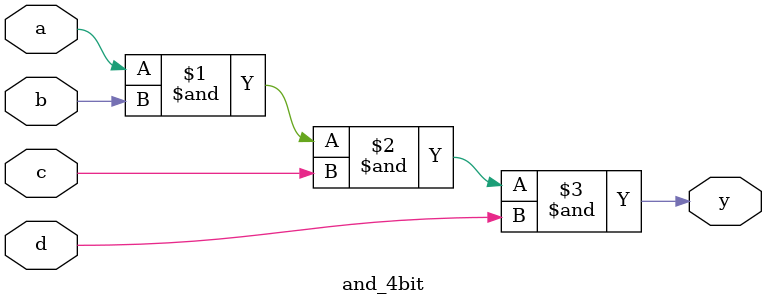
<source format=v>
module and_4bit(y,a,b,c,d);
input a,b,c,d;
output y;
assign y = a&b&c&d;
endmodule

</source>
